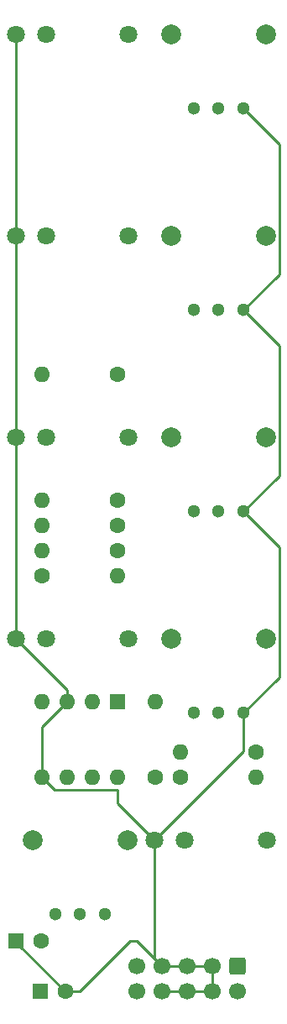
<source format=gbr>
%TF.GenerationSoftware,KiCad,Pcbnew,7.0.10-7.0.10~ubuntu22.04.1*%
%TF.CreationDate,2024-04-01T10:40:12+02:00*%
%TF.ProjectId,HigawoEurorackMixer,48696761-776f-4457-9572-6f7261636b4d,rev?*%
%TF.SameCoordinates,Original*%
%TF.FileFunction,Copper,L2,Bot*%
%TF.FilePolarity,Positive*%
%FSLAX46Y46*%
G04 Gerber Fmt 4.6, Leading zero omitted, Abs format (unit mm)*
G04 Created by KiCad (PCBNEW 7.0.10-7.0.10~ubuntu22.04.1) date 2024-04-01 10:40:12*
%MOMM*%
%LPD*%
G01*
G04 APERTURE LIST*
G04 Aperture macros list*
%AMRoundRect*
0 Rectangle with rounded corners*
0 $1 Rounding radius*
0 $2 $3 $4 $5 $6 $7 $8 $9 X,Y pos of 4 corners*
0 Add a 4 corners polygon primitive as box body*
4,1,4,$2,$3,$4,$5,$6,$7,$8,$9,$2,$3,0*
0 Add four circle primitives for the rounded corners*
1,1,$1+$1,$2,$3*
1,1,$1+$1,$4,$5*
1,1,$1+$1,$6,$7*
1,1,$1+$1,$8,$9*
0 Add four rect primitives between the rounded corners*
20,1,$1+$1,$2,$3,$4,$5,0*
20,1,$1+$1,$4,$5,$6,$7,0*
20,1,$1+$1,$6,$7,$8,$9,0*
20,1,$1+$1,$8,$9,$2,$3,0*%
G04 Aperture macros list end*
%TA.AperFunction,ComponentPad*%
%ADD10C,1.600000*%
%TD*%
%TA.AperFunction,ComponentPad*%
%ADD11O,1.600000X1.600000*%
%TD*%
%TA.AperFunction,ComponentPad*%
%ADD12C,2.000000*%
%TD*%
%TA.AperFunction,ComponentPad*%
%ADD13C,1.300000*%
%TD*%
%TA.AperFunction,ComponentPad*%
%ADD14R,1.600000X1.600000*%
%TD*%
%TA.AperFunction,ComponentPad*%
%ADD15C,1.800000*%
%TD*%
%TA.AperFunction,ComponentPad*%
%ADD16RoundRect,0.250000X-0.600000X0.600000X-0.600000X-0.600000X0.600000X-0.600000X0.600000X0.600000X0*%
%TD*%
%TA.AperFunction,ComponentPad*%
%ADD17C,1.700000*%
%TD*%
%TA.AperFunction,Conductor*%
%ADD18C,0.250000*%
%TD*%
G04 APERTURE END LIST*
D10*
%TO.P,R1,1*%
%TO.N,Net-(R1-Pad1)*%
X88900000Y-91440000D03*
D11*
%TO.P,R1,2*%
%TO.N,Net-(U2A--)*%
X81280000Y-91440000D03*
%TD*%
D10*
%TO.P,R2,1*%
%TO.N,Net-(R2-Pad1)*%
X88900000Y-104140000D03*
D11*
%TO.P,R2,2*%
%TO.N,Net-(U2A--)*%
X81280000Y-104140000D03*
%TD*%
D12*
%TO.P,RV3,*%
%TO.N,*%
X94260000Y-97790000D03*
X103860000Y-97790000D03*
D13*
%TO.P,RV3,1,1*%
%TO.N,Net-(J3-PadT)*%
X96560000Y-105290000D03*
%TO.P,RV3,2,2*%
%TO.N,Net-(R3-Pad1)*%
X99060000Y-105290000D03*
%TO.P,RV3,3,3*%
%TO.N,GND*%
X101560000Y-105290000D03*
%TD*%
D12*
%TO.P,RV4,*%
%TO.N,*%
X94260000Y-118110000D03*
X103860000Y-118110000D03*
D13*
%TO.P,RV4,1,1*%
%TO.N,Net-(J4-PadT)*%
X96560000Y-125610000D03*
%TO.P,RV4,2,2*%
%TO.N,Net-(R4-Pad1)*%
X99060000Y-125610000D03*
%TO.P,RV4,3,3*%
%TO.N,GND*%
X101560000Y-125610000D03*
%TD*%
D10*
%TO.P,R8,1*%
%TO.N,Net-(R7-Pad2)*%
X95250000Y-132080000D03*
D11*
%TO.P,R8,2*%
%TO.N,Net-(J5-PadT)*%
X102870000Y-132080000D03*
%TD*%
D12*
%TO.P,RV1,*%
%TO.N,*%
X94260000Y-57150000D03*
X103860000Y-57150000D03*
D13*
%TO.P,RV1,1,1*%
%TO.N,Net-(J1-PadT)*%
X96560000Y-64650000D03*
%TO.P,RV1,2,2*%
%TO.N,Net-(R1-Pad1)*%
X99060000Y-64650000D03*
%TO.P,RV1,3,3*%
%TO.N,GND*%
X101560000Y-64650000D03*
%TD*%
D14*
%TO.P,C2,1*%
%TO.N,GND*%
X78653000Y-148590000D03*
D10*
%TO.P,C2,2*%
%TO.N,Net-(U2C-V-)*%
X81153000Y-148590000D03*
%TD*%
D15*
%TO.P,J1,S*%
%TO.N,GND*%
X78610000Y-57150000D03*
%TO.P,J1,T*%
%TO.N,Net-(J1-PadT)*%
X90010000Y-57150000D03*
%TO.P,J1,TN*%
%TO.N,unconnected-(J1-PadTN)*%
X81710000Y-57150000D03*
%TD*%
D10*
%TO.P,R5,1*%
%TO.N,Net-(U2A--)*%
X81280000Y-111760000D03*
D11*
%TO.P,R5,2*%
%TO.N,Net-(R5-Pad2)*%
X88900000Y-111760000D03*
%TD*%
D15*
%TO.P,J5,S*%
%TO.N,GND*%
X92580000Y-138430000D03*
%TO.P,J5,T*%
%TO.N,Net-(J5-PadT)*%
X103980000Y-138430000D03*
%TO.P,J5,TN*%
%TO.N,unconnected-(J5-PadTN)*%
X95680000Y-138430000D03*
%TD*%
%TO.P,J2,S*%
%TO.N,GND*%
X78610000Y-77470000D03*
%TO.P,J2,T*%
%TO.N,Net-(J2-PadT)*%
X90010000Y-77470000D03*
%TO.P,J2,TN*%
%TO.N,unconnected-(J2-PadTN)*%
X81710000Y-77470000D03*
%TD*%
D10*
%TO.P,R4,1*%
%TO.N,Net-(R4-Pad1)*%
X88900000Y-109220000D03*
D11*
%TO.P,R4,2*%
%TO.N,Net-(U2A--)*%
X81280000Y-109220000D03*
%TD*%
D12*
%TO.P,RV2,*%
%TO.N,*%
X94260000Y-77470000D03*
X103860000Y-77470000D03*
D13*
%TO.P,RV2,1,1*%
%TO.N,Net-(J2-PadT)*%
X96560000Y-84970000D03*
%TO.P,RV2,2,2*%
%TO.N,Net-(R2-Pad1)*%
X99060000Y-84970000D03*
%TO.P,RV2,3,3*%
%TO.N,GND*%
X101560000Y-84970000D03*
%TD*%
D10*
%TO.P,R7,1*%
%TO.N,Net-(R7-Pad1)*%
X92710000Y-132080000D03*
D11*
%TO.P,R7,2*%
%TO.N,Net-(R7-Pad2)*%
X92710000Y-124460000D03*
%TD*%
D10*
%TO.P,R3,1*%
%TO.N,Net-(R3-Pad1)*%
X88900000Y-106680000D03*
D11*
%TO.P,R3,2*%
%TO.N,Net-(U2A--)*%
X81280000Y-106680000D03*
%TD*%
D12*
%TO.P,RV5,*%
%TO.N,*%
X80282966Y-138430000D03*
X89882966Y-138430000D03*
D13*
%TO.P,RV5,1,1*%
%TO.N,Net-(U2B--)*%
X82582966Y-145930000D03*
%TO.P,RV5,2,2*%
X85082966Y-145930000D03*
%TO.P,RV5,3,3*%
%TO.N,Net-(R7-Pad1)*%
X87582966Y-145930000D03*
%TD*%
D16*
%TO.P,J6,1,+12V*%
%TO.N,Net-(U2C-V+)*%
X100965000Y-151130000D03*
D17*
%TO.P,J6,2,+12V*%
X100965000Y-153670000D03*
%TO.P,J6,3,GND*%
%TO.N,GND*%
X98425000Y-151130000D03*
%TO.P,J6,4,GND*%
X98425000Y-153670000D03*
%TO.P,J6,5,GND*%
X95885000Y-151130000D03*
%TO.P,J6,6,GND*%
X95885000Y-153670000D03*
%TO.P,J6,7,GND*%
X93345000Y-151130000D03*
%TO.P,J6,8,GND*%
X93345000Y-153670000D03*
%TO.P,J6,9,-12V*%
%TO.N,Net-(U2C-V-)*%
X90805000Y-151130000D03*
%TO.P,J6,10,-12V*%
X90805000Y-153670000D03*
%TD*%
D14*
%TO.P,C1,1*%
%TO.N,Net-(U2C-V+)*%
X81090888Y-153670000D03*
D10*
%TO.P,C1,2*%
%TO.N,GND*%
X83590888Y-153670000D03*
%TD*%
D15*
%TO.P,J3,S*%
%TO.N,GND*%
X78610000Y-97790000D03*
%TO.P,J3,T*%
%TO.N,Net-(J3-PadT)*%
X90010000Y-97790000D03*
%TO.P,J3,TN*%
%TO.N,unconnected-(J3-PadTN)*%
X81710000Y-97790000D03*
%TD*%
D10*
%TO.P,R6,1*%
%TO.N,Net-(R5-Pad2)*%
X102870000Y-129540000D03*
D11*
%TO.P,R6,2*%
%TO.N,Net-(U2B--)*%
X95250000Y-129540000D03*
%TD*%
D15*
%TO.P,J4,S*%
%TO.N,GND*%
X78610000Y-118110000D03*
%TO.P,J4,T*%
%TO.N,Net-(J4-PadT)*%
X90010000Y-118110000D03*
%TO.P,J4,TN*%
%TO.N,unconnected-(J4-PadTN)*%
X81710000Y-118110000D03*
%TD*%
D14*
%TO.P,U2,1*%
%TO.N,Net-(R5-Pad2)*%
X88900000Y-124460000D03*
D11*
%TO.P,U2,2,-*%
%TO.N,Net-(U2A--)*%
X86360000Y-124460000D03*
%TO.P,U2,3,+*%
%TO.N,GND*%
X83820000Y-124460000D03*
%TO.P,U2,4,V-*%
%TO.N,Net-(U2C-V-)*%
X81280000Y-124460000D03*
%TO.P,U2,5,+*%
%TO.N,GND*%
X81280000Y-132080000D03*
%TO.P,U2,6,-*%
%TO.N,Net-(U2B--)*%
X83820000Y-132080000D03*
%TO.P,U2,7*%
%TO.N,Net-(R7-Pad2)*%
X86360000Y-132080000D03*
%TO.P,U2,8,V+*%
%TO.N,Net-(U2C-V+)*%
X88900000Y-132080000D03*
%TD*%
D18*
%TO.N,GND*%
X78610000Y-77470000D02*
X78610000Y-57150000D01*
X101560000Y-64650000D02*
X105185000Y-68275000D01*
X105185000Y-68275000D02*
X105185000Y-81345000D01*
X105185000Y-81345000D02*
X101560000Y-84970000D01*
X78610000Y-97790000D02*
X78610000Y-77470000D01*
X81280000Y-132080000D02*
X81280000Y-127000000D01*
X81280000Y-127000000D02*
X83820000Y-124460000D01*
X78610000Y-118110000D02*
X78610000Y-97790000D01*
X83820000Y-124460000D02*
X83820000Y-123320000D01*
X83820000Y-123320000D02*
X78610000Y-118110000D01*
X85090000Y-153670000D02*
X90170000Y-148590000D01*
X83590888Y-153670000D02*
X85090000Y-153670000D01*
X90170000Y-148590000D02*
X90805000Y-148590000D01*
X90805000Y-148590000D02*
X93345000Y-151130000D01*
X82550000Y-133350000D02*
X88900000Y-133350000D01*
X81280000Y-132080000D02*
X82550000Y-133350000D01*
X88900000Y-133350000D02*
X88900000Y-134750000D01*
X88900000Y-134750000D02*
X92580000Y-138430000D01*
X78653000Y-148590000D02*
X78653000Y-148732112D01*
X78653000Y-148732112D02*
X83590888Y-153670000D01*
X95885000Y-153670000D02*
X93345000Y-153670000D01*
X98425000Y-153670000D02*
X95885000Y-153670000D01*
X98425000Y-151130000D02*
X98425000Y-153670000D01*
X95885000Y-151130000D02*
X98425000Y-151130000D01*
X93345000Y-151130000D02*
X95885000Y-151130000D01*
X92580000Y-138430000D02*
X92580000Y-150365000D01*
X92580000Y-150365000D02*
X93345000Y-151130000D01*
X92580000Y-138430000D02*
X101560000Y-129450000D01*
X101560000Y-129450000D02*
X101560000Y-125610000D01*
X101560000Y-105290000D02*
X105185000Y-108915000D01*
X105185000Y-108915000D02*
X105185000Y-121985000D01*
X105185000Y-121985000D02*
X101560000Y-125610000D01*
X101560000Y-84970000D02*
X105185000Y-88595000D01*
X105185000Y-88595000D02*
X105185000Y-101665000D01*
X105185000Y-101665000D02*
X101560000Y-105290000D01*
%TD*%
M02*

</source>
